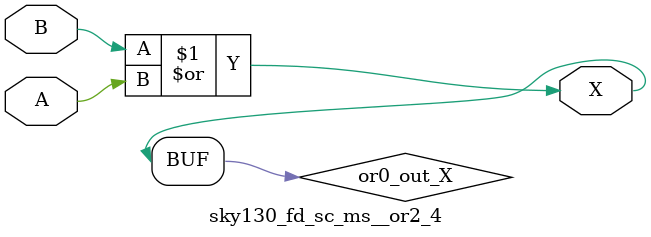
<source format=v>
/*
 * Copyright 2020 The SkyWater PDK Authors
 *
 * Licensed under the Apache License, Version 2.0 (the "License");
 * you may not use this file except in compliance with the License.
 * You may obtain a copy of the License at
 *
 *     https://www.apache.org/licenses/LICENSE-2.0
 *
 * Unless required by applicable law or agreed to in writing, software
 * distributed under the License is distributed on an "AS IS" BASIS,
 * WITHOUT WARRANTIES OR CONDITIONS OF ANY KIND, either express or implied.
 * See the License for the specific language governing permissions and
 * limitations under the License.
 *
 * SPDX-License-Identifier: Apache-2.0
*/


`ifndef SKY130_FD_SC_MS__OR2_4_FUNCTIONAL_V
`define SKY130_FD_SC_MS__OR2_4_FUNCTIONAL_V

/**
 * or2: 2-input OR.
 *
 * Verilog simulation functional model.
 */

`timescale 1ns / 1ps
`default_nettype none

`celldefine
module sky130_fd_sc_ms__or2_4 (
    X,
    A,
    B
);

    // Module ports
    output X;
    input  A;
    input  B;

    // Local signals
    wire or0_out_X;

    //  Name  Output     Other arguments
    or  or0  (or0_out_X, B, A           );
    buf buf0 (X        , or0_out_X      );

endmodule
`endcelldefine

`default_nettype wire
`endif  // SKY130_FD_SC_MS__OR2_4_FUNCTIONAL_V

</source>
